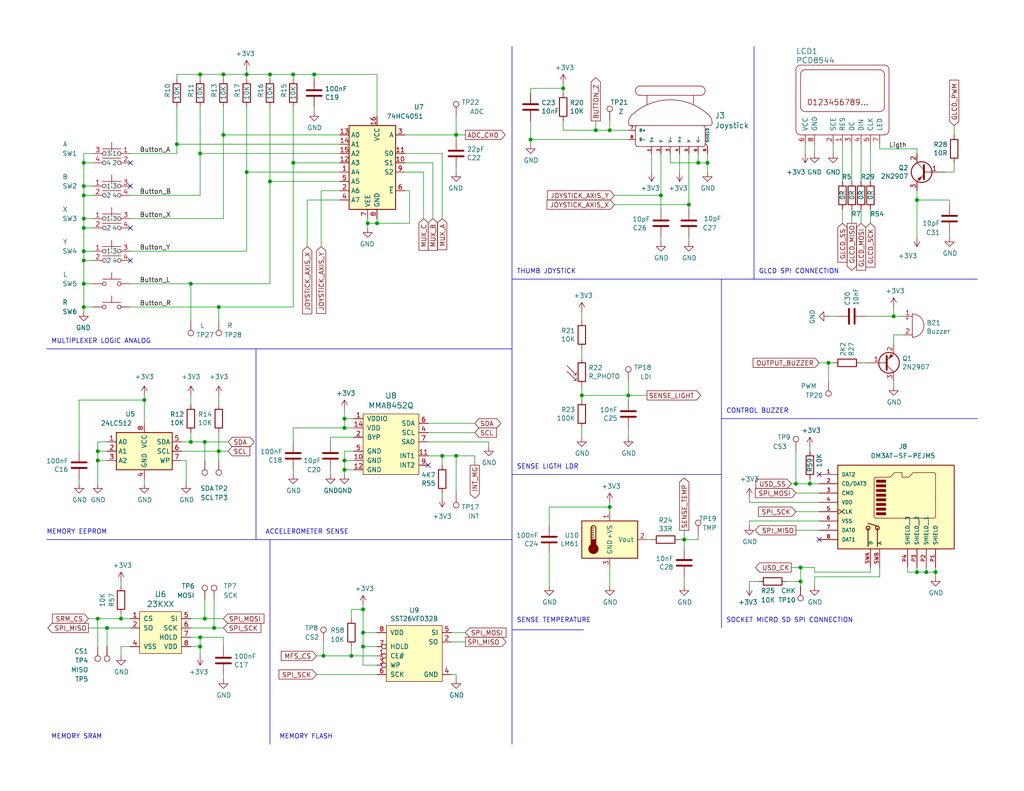
<source format=kicad_sch>
(kicad_sch (version 20250114) (generator "eeschema") (generator_version "9.0")
  (paper "USLetter")
  (title_block (title "Game//Cat") (date "2022-05-29") (rev "R4"))
  (text "MULTIPLEXER LOGIC ANALOG" (at 13.97 93.98 0) (effects (font (size 1.27 1.27)) (justify left bottom)))
  (text "MEMORY EEPROM" (at 12.7 146.05 0) (effects (font (size 1.27 1.27)) (justify left bottom)))
  (text "ACCELEROMETER SENSE" (at 72.39 146.05 0) (effects (font (size 1.27 1.27)) (justify left bottom)))
  (text "MEMORY SRAM" (at 13.97 201.93 0) (effects (font (size 1.27 1.27)) (justify left bottom)))
  (text "SOCKET MICRO SD SPI CONNECTION" (at 198.12 170.18 0) (effects (font (size 1.27 1.27)) (justify left bottom)))
  (text "SENSE TEMPERATURE" (at 140.97 170.18 0) (effects (font (size 1.27 1.27)) (justify left bottom)))
  (text "CONTROL BUZZER" (at 198.12 113.03 0) (effects (font (size 1.27 1.27)) (justify left bottom)))
  (text "THUMB JOYSTICK" (at 140.97 74.93 0) (effects (font (size 1.27 1.27)) (justify left bottom)))
  (text "MEMORY FLASH" (at 76.2 201.93 0) (effects (font (size 1.27 1.27)) (justify left bottom)))
  (text "SENSE LIGTH LDR" (at 140.97 128.27 0) (effects (font (size 1.27 1.27)) (justify left bottom)))
  (text "GLCD SPI CONNECTION" (at 207.01 74.93 0) (effects (font (size 1.27 1.27)) (justify left bottom)))
  (junction (at 226.06 99.06))
  (junction (at 58.42 171.45))
  (junction (at 250.19 156.21))
  (junction (at 22.86 44.45))
  (junction (at 22.86 83.82))
  (junction (at 55.88 120.65))
  (junction (at 26.67 125.73))
  (junction (at 252.73 156.21))
  (junction (at 187.96 55.88))
  (junction (at 39.37 109.22))
  (junction (at 73.66 49.53))
  (junction (at 22.86 50.8))
  (junction (at 93.98 128.27))
  (junction (at 171.45 107.95))
  (junction (at 80.01 20.32))
  (junction (at 22.86 62.23))
  (junction (at 166.37 35.56))
  (junction (at 22.86 71.12))
  (junction (at 93.98 116.84))
  (junction (at 218.44 158.75))
  (junction (at 54.61 41.91))
  (junction (at 218.44 154.94))
  (junction (at 22.86 68.58))
  (junction (at 166.37 138.43))
  (junction (at 67.31 46.99))
  (junction (at 26.67 123.19))
  (junction (at 54.61 176.53))
  (junction (at 220.98 132.08))
  (junction (at 59.69 83.82))
  (junction (at 22.86 59.69))
  (junction (at 85.725 20.32))
  (junction (at 250.19 54.61))
  (junction (at 93.98 125.73))
  (junction (at 55.88 168.91))
  (junction (at 52.07 77.47))
  (junction (at 93.98 114.3))
  (junction (at 243.84 86.36))
  (junction (at 153.67 24.13))
  (junction (at 180.34 53.34))
  (junction (at 158.75 107.95))
  (junction (at 26.67 168.91))
  (junction (at 99.06 172.72))
  (junction (at 54.61 173.99))
  (junction (at 124.46 36.83))
  (junction (at 102.87 60.96))
  (junction (at 48.26 39.37))
  (junction (at 120.65 124.46))
  (junction (at 144.78 38.1))
  (junction (at 33.02 168.91))
  (junction (at 99.06 166.37))
  (junction (at 162.56 35.56))
  (junction (at 29.21 171.45))
  (junction (at 95.885 179.07))
  (junction (at 52.07 120.65))
  (junction (at 22.86 53.34))
  (junction (at 100.33 60.96))
  (junction (at 60.96 36.83))
  (junction (at 217.17 132.08))
  (junction (at 73.66 20.32))
  (junction (at 255.27 156.21))
  (junction (at 88.265 179.07))
  (junction (at 99.06 176.53))
  (junction (at 186.69 147.32))
  (junction (at 60.96 20.32))
  (junction (at 54.61 20.32))
  (junction (at 67.31 20.32))
  (junction (at 193.04 44.45))
  (junction (at 59.69 123.19))
  (junction (at 80.01 44.45))
  (junction (at 190.5 44.45))
  (junction (at 124.46 124.46))
  (junction (at 22.86 77.47))
  (no_connect (at 35.56 62.23))
  (no_connect (at 116.84 127))
  (no_connect (at 35.56 71.12))
  (no_connect (at 35.56 44.45))
  (no_connect (at 35.56 50.8))
  (no_connect (at 223.52 129.54))
  (no_connect (at 223.52 147.32))
  (wire (pts (xy 158.75 107.95) (xy 158.75 109.22)))
  (wire (pts (xy 144.78 25.4) (xy 144.78 24.13)))
  (wire (pts (xy 102.87 60.96) (xy 100.33 60.96)))
  (wire (pts (xy 166.37 33.02) (xy 166.37 35.56)))
  (wire (pts (xy 167.64 53.34) (xy 180.34 53.34)))
  (wire (pts (xy 62.23 123.19) (xy 59.69 123.19)))
  (wire (pts (xy 153.67 35.56) (xy 162.56 35.56)))
  (wire (pts (xy 237.49 154.94) (xy 237.49 156.21)))
  (wire (pts (xy 52.07 120.65) (xy 49.53 120.65)))
  (wire (pts (xy 229.87 57.15) (xy 229.87 60.96)))
  (wire (pts (xy 171.45 109.22) (xy 171.45 107.95)))
  (wire (pts (xy 123.19 184.15) (xy 124.46 184.15)))
  (wire (pts (xy 153.67 24.13) (xy 153.67 25.4)))
  (wire (pts (xy 54.61 29.21) (xy 54.61 41.91)))
  (wire (pts (xy 243.84 91.44) (xy 243.84 93.98)))
  (wire (pts (xy 25.4 53.34) (xy 22.86 53.34)))
  (wire (pts (xy 90.17 128.27) (xy 90.17 129.54)))
  (wire (pts (xy 204.47 137.16) (xy 223.52 137.16)))
  (wire (pts (xy 86.36 184.15) (xy 102.87 184.15)))
  (wire (pts (xy 220.98 121.92) (xy 220.98 123.19)))
  (wire (pts (xy 186.69 157.48) (xy 186.69 160.02)))
  (wire (pts (xy 33.02 158.75) (xy 33.02 160.02)))
  (wire (pts (xy 133.35 120.65) (xy 133.35 121.92)))
  (wire (pts (xy 59.69 83.82) (xy 80.01 83.82)))
  (wire (pts (xy 60.96 185.42) (xy 60.96 184.15)))
  (wire (pts (xy 252.73 156.21) (xy 255.27 156.21)))
  (wire (pts (xy 88.265 179.07) (xy 95.885 179.07)))
  (wire (pts (xy 177.8 147.32) (xy 176.53 147.32)))
  (wire (pts (xy 260.35 34.29) (xy 260.35 36.83)))
  (polyline (pts (xy 73.66 147.32) (xy 73.66 203.2)))
  (wire (pts (xy 92.71 52.07) (xy 87.63 52.07)))
  (wire (pts (xy 25.4 83.82) (xy 22.86 83.82)))
  (wire (pts (xy 243.84 83.82) (xy 243.84 86.36)))
  (wire (pts (xy 67.31 19.05) (xy 67.31 20.32)))
  (wire (pts (xy 59.69 123.19) (xy 59.69 125.73)))
  (wire (pts (xy 73.66 49.53) (xy 92.71 49.53)))
  (wire (pts (xy 120.65 124.46) (xy 124.46 124.46)))
  (wire (pts (xy 218.44 154.94) (xy 222.25 154.94)))
  (wire (pts (xy 186.69 147.32) (xy 190.5 147.32)))
  (wire (pts (xy 58.42 171.45) (xy 52.07 171.45)))
  (wire (pts (xy 80.01 21.59) (xy 80.01 20.32)))
  (wire (pts (xy 100.33 60.96) (xy 100.33 62.23)))
  (wire (pts (xy 232.41 39.37) (xy 232.41 49.53)))
  (wire (pts (xy 96.52 125.73) (xy 93.98 125.73)))
  (wire (pts (xy 180.34 41.91) (xy 180.34 53.34)))
  (wire (pts (xy 232.41 57.15) (xy 232.41 60.96)))
  (wire (pts (xy 110.49 36.83) (xy 124.46 36.83)))
  (wire (pts (xy 252.73 154.94) (xy 252.73 156.21)))
  (wire (pts (xy 176.53 107.95) (xy 171.45 107.95)))
  (wire (pts (xy 22.86 59.69) (xy 22.86 62.23)))
  (wire (pts (xy 180.34 53.34) (xy 180.34 57.15)))
  (wire (pts (xy 73.66 20.32) (xy 80.01 20.32)))
  (wire (pts (xy 93.98 111.76) (xy 93.98 114.3)))
  (wire (pts (xy 185.42 41.91) (xy 185.42 46.99)))
  (wire (pts (xy 193.04 44.45) (xy 193.04 41.91)))
  (wire (pts (xy 33.02 168.91) (xy 35.56 168.91)))
  (wire (pts (xy 52.07 107.95) (xy 52.07 110.49)))
  (wire (pts (xy 35.56 77.47) (xy 52.07 77.47)))
  (wire (pts (xy 207.01 158.75) (xy 204.47 158.75)))
  (wire (pts (xy 24.13 171.45) (xy 29.21 171.45)))
  (wire (pts (xy 99.06 181.61) (xy 99.06 176.53)))
  (wire (pts (xy 187.96 41.91) (xy 187.96 55.88)))
  (wire (pts (xy 255.27 156.21) (xy 255.27 157.48)))
  (wire (pts (xy 92.71 39.37) (xy 48.26 39.37)))
  (wire (pts (xy 234.95 39.37) (xy 234.95 49.53)))
  (wire (pts (xy 35.56 176.53) (xy 33.02 176.53)))
  (wire (pts (xy 48.26 29.21) (xy 48.26 39.37)))
  (wire (pts (xy 85.725 30.48) (xy 85.725 29.21)))
  (wire (pts (xy 187.96 55.88) (xy 187.96 57.15)))
  (wire (pts (xy 73.66 20.32) (xy 73.66 21.59)))
  (polyline (pts (xy 139.7 171.958) (xy 159.258 171.958)))
  (wire (pts (xy 39.37 107.95) (xy 39.37 109.22)))
  (wire (pts (xy 95.885 166.37) (xy 99.06 166.37)))
  (wire (pts (xy 39.37 130.81) (xy 39.37 132.08)))
  (wire (pts (xy 67.31 29.21) (xy 67.31 46.99)))
  (wire (pts (xy 85.725 21.59) (xy 85.725 20.32)))
  (wire (pts (xy 55.88 168.91) (xy 52.07 168.91)))
  (wire (pts (xy 96.52 119.38) (xy 90.17 119.38)))
  (wire (pts (xy 144.78 38.1) (xy 144.78 39.37)))
  (wire (pts (xy 187.96 66.04) (xy 187.96 64.77)))
  (wire (pts (xy 80.01 20.32) (xy 85.725 20.32)))
  (wire (pts (xy 22.86 44.45) (xy 22.86 50.8)))
  (wire (pts (xy 22.86 62.23) (xy 22.86 68.58)))
  (wire (pts (xy 127 175.26) (xy 123.19 175.26)))
  (wire (pts (xy 52.07 77.47) (xy 73.66 77.47)))
  (wire (pts (xy 124.46 124.46) (xy 129.54 124.46)))
  (wire (pts (xy 26.67 123.19) (xy 26.67 125.73)))
  (wire (pts (xy 95.885 168.91) (xy 95.885 166.37)))
  (wire (pts (xy 59.69 83.82) (xy 59.69 87.63)))
  (wire (pts (xy 93.98 114.3) (xy 96.52 114.3)))
  (wire (pts (xy 100.33 59.69) (xy 100.33 60.96)))
  (wire (pts (xy 54.61 173.99) (xy 54.61 176.53)))
  (wire (pts (xy 240.03 157.48) (xy 240.03 154.94)))
  (wire (pts (xy 85.725 20.32) (xy 102.87 20.32)))
  (wire (pts (xy 60.96 168.91) (xy 55.88 168.91)))
  (wire (pts (xy 218.44 158.75) (xy 218.44 154.94)))
  (wire (pts (xy 124.46 184.15) (xy 124.46 185.42)))
  (wire (pts (xy 237.49 156.21) (xy 222.25 156.21)))
  (wire (pts (xy 25.4 44.45) (xy 22.86 44.45)))
  (wire (pts (xy 22.86 53.34) (xy 22.86 59.69)))
  (wire (pts (xy 158.75 95.25) (xy 158.75 97.79)))
  (wire (pts (xy 247.65 156.21) (xy 247.65 154.94)))
  (wire (pts (xy 237.49 39.37) (xy 237.49 49.53)))
  (wire (pts (xy 166.37 138.43) (xy 166.37 139.7)))
  (wire (pts (xy 26.67 120.65) (xy 26.67 123.19)))
  (wire (pts (xy 144.78 33.02) (xy 144.78 38.1)))
  (wire (pts (xy 250.19 156.21) (xy 247.65 156.21)))
  (wire (pts (xy 218.44 154.94) (xy 215.9 154.94)))
  (polyline (pts (xy 266.7 76.2) (xy 139.7 76.2)))
  (polyline (pts (xy 205.74 12.7) (xy 205.74 76.2)))
  (wire (pts (xy 52.07 176.53) (xy 54.61 176.53)))
  (wire (pts (xy 111.76 52.07) (xy 111.76 60.96)))
  (wire (pts (xy 99.06 176.53) (xy 102.87 176.53)))
  (wire (pts (xy 102.87 60.96) (xy 111.76 60.96)))
  (wire (pts (xy 110.49 44.45) (xy 118.11 44.45)))
  (wire (pts (xy 250.19 156.21) (xy 250.19 154.94)))
  (wire (pts (xy 171.45 107.95) (xy 158.75 107.95)))
  (wire (pts (xy 116.84 124.46) (xy 120.65 124.46)))
  (wire (pts (xy 24.13 168.91) (xy 26.67 168.91)))
  (polyline (pts (xy 12.7 95.25) (xy 139.7 95.25)))
  (wire (pts (xy 26.67 125.73) (xy 26.67 132.08)))
  (wire (pts (xy 22.86 41.91) (xy 22.86 44.45)))
  (wire (pts (xy 144.78 38.1) (xy 171.45 38.1)))
  (wire (pts (xy 243.84 104.14) (xy 243.84 105.41)))
  (wire (pts (xy 214.63 158.75) (xy 218.44 158.75)))
  (wire (pts (xy 110.49 52.07) (xy 111.76 52.07)))
  (wire (pts (xy 49.53 123.19) (xy 59.69 123.19)))
  (wire (pts (xy 80.01 116.84) (xy 93.98 116.84)))
  (wire (pts (xy 25.4 77.47) (xy 22.86 77.47)))
  (wire (pts (xy 60.96 173.99) (xy 60.96 176.53)))
  (wire (pts (xy 236.22 86.36) (xy 243.84 86.36)))
  (wire (pts (xy 29.21 125.73) (xy 26.67 125.73)))
  (wire (pts (xy 73.66 29.21) (xy 73.66 49.53)))
  (wire (pts (xy 252.73 156.21) (xy 250.19 156.21)))
  (wire (pts (xy 240.03 39.37) (xy 240.03 40.64)))
  (wire (pts (xy 21.59 123.19) (xy 21.59 109.22)))
  (wire (pts (xy 217.17 139.7) (xy 223.52 139.7)))
  (wire (pts (xy 35.56 59.69) (xy 60.96 59.69)))
  (wire (pts (xy 223.52 142.24) (xy 204.47 142.24)))
  (wire (pts (xy 90.17 119.38) (xy 90.17 120.65)))
  (wire (pts (xy 217.17 134.62) (xy 223.52 134.62)))
  (wire (pts (xy 166.37 35.56) (xy 171.45 35.56)))
  (wire (pts (xy 22.86 68.58) (xy 22.86 71.12)))
  (wire (pts (xy 25.4 62.23) (xy 22.86 62.23)))
  (wire (pts (xy 102.87 20.32) (xy 102.87 31.75)))
  (wire (pts (xy 25.4 71.12) (xy 22.86 71.12)))
  (wire (pts (xy 223.52 144.78) (xy 217.17 144.78)))
  (wire (pts (xy 259.08 54.61) (xy 250.19 54.61)))
  (wire (pts (xy 50.8 125.73) (xy 50.8 132.08)))
  (wire (pts (xy 190.5 44.45) (xy 193.04 44.45)))
  (wire (pts (xy 60.96 29.21) (xy 60.96 36.83)))
  (wire (pts (xy 116.84 115.57) (xy 129.54 115.57)))
  (wire (pts (xy 124.46 36.83) (xy 124.46 38.1)))
  (wire (pts (xy 55.88 163.83) (xy 55.88 168.91)))
  (wire (pts (xy 162.56 33.02) (xy 162.56 35.56)))
  (wire (pts (xy 52.07 77.47) (xy 52.07 87.63)))
  (polyline (pts (xy 69.85 95.25) (xy 69.85 147.32)))
  (wire (pts (xy 259.08 55.88) (xy 259.08 54.61)))
  (wire (pts (xy 226.06 99.06) (xy 226.06 104.14)))
  (wire (pts (xy 67.31 46.99) (xy 92.71 46.99)))
  (wire (pts (xy 144.78 24.13) (xy 153.67 24.13)))
  (wire (pts (xy 48.26 39.37) (xy 48.26 41.91)))
  (wire (pts (xy 193.04 46.99) (xy 193.04 44.45)))
  (wire (pts (xy 124.46 31.75) (xy 124.46 36.83)))
  (wire (pts (xy 222.25 157.48) (xy 222.25 160.02)))
  (wire (pts (xy 190.5 41.91) (xy 190.5 44.45)))
  (wire (pts (xy 60.96 21.59) (xy 60.96 20.32)))
  (polyline (pts (xy 196.85 114.3) (xy 266.7 114.3)))
  (wire (pts (xy 259.08 64.77) (xy 259.08 63.5)))
  (wire (pts (xy 25.4 50.8) (xy 22.86 50.8)))
  (wire (pts (xy 67.31 46.99) (xy 67.31 68.58)))
  (wire (pts (xy 93.98 128.27) (xy 93.98 129.54)))
  (wire (pts (xy 80.01 129.54) (xy 80.01 128.27)))
  (wire (pts (xy 234.95 57.15) (xy 234.95 60.96)))
  (wire (pts (xy 257.81 46.99) (xy 260.35 46.99)))
  (wire (pts (xy 120.65 135.89) (xy 120.65 134.62)))
  (wire (pts (xy 219.71 39.37) (xy 219.71 41.91)))
  (wire (pts (xy 127 172.72) (xy 123.19 172.72)))
  (wire (pts (xy 80.01 44.45) (xy 92.71 44.45)))
  (wire (pts (xy 29.21 171.45) (xy 35.56 171.45)))
  (wire (pts (xy 35.56 53.34) (xy 54.61 53.34)))
  (wire (pts (xy 250.19 52.07) (xy 250.19 54.61)))
  (wire (pts (xy 222.25 156.21) (xy 222.25 154.94)))
  (wire (pts (xy 153.67 33.02) (xy 153.67 35.56)))
  (wire (pts (xy 60.96 20.32) (xy 67.31 20.32)))
  (wire (pts (xy 33.02 167.64) (xy 33.02 168.91)))
  (wire (pts (xy 166.37 137.16) (xy 166.37 138.43)))
  (wire (pts (xy 217.17 132.08) (xy 220.98 132.08)))
  (wire (pts (xy 35.56 41.91) (xy 48.26 41.91)))
  (wire (pts (xy 218.44 158.75) (xy 218.44 160.02)))
  (wire (pts (xy 220.98 132.08) (xy 223.52 132.08)))
  (wire (pts (xy 60.96 36.83) (xy 60.96 59.69)))
  (wire (pts (xy 116.84 118.11) (xy 129.54 118.11)))
  (wire (pts (xy 52.07 118.11) (xy 52.07 120.65)))
  (wire (pts (xy 171.45 104.14) (xy 171.45 107.95)))
  (wire (pts (xy 182.88 41.91) (xy 182.88 44.45)))
  (polyline (pts (xy 139.7 12.7) (xy 139.7 203.2)))
  (wire (pts (xy 95.885 179.07) (xy 102.87 179.07)))
  (wire (pts (xy 93.98 125.73) (xy 93.98 128.27)))
  (wire (pts (xy 95.885 176.53) (xy 95.885 179.07)))
  (wire (pts (xy 190.5 147.32) (xy 190.5 146.05)))
  (wire (pts (xy 250.19 40.64) (xy 250.19 41.91)))
  (wire (pts (xy 33.02 176.53) (xy 33.02 179.07)))
  (wire (pts (xy 21.59 109.22) (xy 39.37 109.22)))
  (wire (pts (xy 149.86 138.43) (xy 166.37 138.43)))
  (wire (pts (xy 26.67 168.91) (xy 33.02 168.91)))
  (polyline (pts (xy 12.7 147.32) (xy 139.7 147.32)))
  (wire (pts (xy 158.75 85.09) (xy 158.75 87.63)))
  (wire (pts (xy 228.6 86.36) (xy 226.06 86.36)))
  (wire (pts (xy 22.86 50.8) (xy 22.86 53.34)))
  (wire (pts (xy 62.23 120.65) (xy 55.88 120.65)))
  (wire (pts (xy 88.265 175.26) (xy 88.265 179.07)))
  (wire (pts (xy 60.96 171.45) (xy 58.42 171.45)))
  (wire (pts (xy 55.88 120.65) (xy 52.07 120.65)))
  (wire (pts (xy 67.31 20.32) (xy 73.66 20.32)))
  (wire (pts (xy 99.06 172.72) (xy 99.06 176.53)))
  (wire (pts (xy 240.03 40.64) (xy 250.19 40.64)))
  (wire (pts (xy 22.86 71.12) (xy 22.86 77.47)))
  (wire (pts (xy 222.25 39.37) (xy 222.25 41.91)))
  (wire (pts (xy 149.86 143.51) (xy 149.86 138.43)))
  (wire (pts (xy 185.42 147.32) (xy 186.69 147.32)))
  (wire (pts (xy 223.52 99.06) (xy 226.06 99.06)))
  (wire (pts (xy 96.52 128.27) (xy 93.98 128.27)))
  (wire (pts (xy 222.25 157.48) (xy 240.03 157.48)))
  (wire (pts (xy 92.71 54.61) (xy 83.82 54.61)))
  (wire (pts (xy 93.98 116.84) (xy 93.98 114.3)))
  (wire (pts (xy 52.07 173.99) (xy 54.61 173.99)))
  (polyline (pts (xy 196.85 129.54) (xy 139.7 129.54)))
  (wire (pts (xy 35.56 68.58) (xy 67.31 68.58)))
  (wire (pts (xy 171.45 116.84) (xy 171.45 119.38)))
  (wire (pts (xy 99.06 165.1) (xy 99.06 166.37)))
  (wire (pts (xy 102.87 172.72) (xy 99.06 172.72)))
  (wire (pts (xy 39.37 109.22) (xy 39.37 115.57)))
  (wire (pts (xy 255.27 154.94) (xy 255.27 156.21)))
  (wire (pts (xy 186.69 147.32) (xy 186.69 149.86)))
  (wire (pts (xy 25.4 68.58) (xy 22.86 68.58)))
  (wire (pts (xy 96.52 116.84) (xy 93.98 116.84)))
  (wire (pts (xy 226.06 99.06) (xy 227.33 99.06)))
  (wire (pts (xy 180.34 66.04) (xy 180.34 64.77)))
  (wire (pts (xy 115.57 46.99) (xy 115.57 59.69)))
  (wire (pts (xy 124.46 46.99) (xy 124.46 45.72)))
  (wire (pts (xy 167.64 55.88) (xy 187.96 55.88)))
  (wire (pts (xy 80.01 29.21) (xy 80.01 44.45)))
  (wire (pts (xy 29.21 120.65) (xy 26.67 120.65)))
  (wire (pts (xy 186.69 144.78) (xy 186.69 147.32)))
  (wire (pts (xy 129.54 124.46) (xy 129.54 127)))
  (wire (pts (xy 22.86 77.47) (xy 22.86 83.82)))
  (wire (pts (xy 26.67 168.91) (xy 26.67 176.53)))
  (wire (pts (xy 250.19 54.61) (xy 250.19 64.77)))
  (wire (pts (xy 54.61 41.91) (xy 54.61 53.34)))
  (wire (pts (xy 149.86 151.13) (xy 149.86 160.02)))
  (wire (pts (xy 124.46 36.83) (xy 127 36.83)))
  (wire (pts (xy 236.22 99.06) (xy 234.95 99.06)))
  (wire (pts (xy 29.21 171.45) (xy 29.21 176.53)))
  (wire (pts (xy 120.65 41.91) (xy 120.65 59.69)))
  (wire (pts (xy 215.9 132.08) (xy 217.17 132.08)))
  (wire (pts (xy 48.26 21.59) (xy 48.26 20.32)))
  (wire (pts (xy 93.98 123.19) (xy 93.98 125.73)))
  (wire (pts (xy 83.82 54.61) (xy 83.82 67.31)))
  (wire (pts (xy 54.61 20.32) (xy 60.96 20.32)))
  (wire (pts (xy 182.88 44.45) (xy 190.5 44.45)))
  (wire (pts (xy 162.56 35.56) (xy 166.37 35.56)))
  (wire (pts (xy 96.52 123.19) (xy 93.98 123.19)))
  (wire (pts (xy 243.84 86.36) (xy 246.38 86.36)))
  (wire (pts (xy 86.36 179.07) (xy 88.265 179.07)))
  (wire (pts (xy 204.47 158.75) (xy 204.47 160.02)))
  (wire (pts (xy 25.4 41.91) (xy 22.86 41.91)))
  (wire (pts (xy 177.8 41.91) (xy 177.8 46.99)))
  (wire (pts (xy 99.06 166.37) (xy 99.06 172.72)))
  (wire (pts (xy 54.61 21.59) (xy 54.61 20.32)))
  (wire (pts (xy 22.86 83.82) (xy 22.86 85.09)))
  (wire (pts (xy 92.71 36.83) (xy 60.96 36.83)))
  (wire (pts (xy 220.98 130.81) (xy 220.98 132.08)))
  (wire (pts (xy 25.4 59.69) (xy 22.86 59.69)))
  (wire (pts (xy 67.31 20.32) (xy 67.31 21.59)))
  (wire (pts (xy 35.56 83.82) (xy 59.69 83.82)))
  (wire (pts (xy 48.26 20.32) (xy 54.61 20.32)))
  (wire (pts (xy 102.87 59.69) (xy 102.87 60.96)))
  (wire (pts (xy 73.66 49.53) (xy 73.66 77.47)))
  (wire (pts (xy 80.01 120.65) (xy 80.01 116.84)))
  (wire (pts (xy 102.87 181.61) (xy 99.06 181.61)))
  (wire (pts (xy 260.35 46.99) (xy 260.35 44.45)))
  (wire (pts (xy 227.33 39.37) (xy 227.33 41.91)))
  (wire (pts (xy 118.11 44.45) (xy 118.11 59.69)))
  (wire (pts (xy 54.61 173.99) (xy 60.96 173.99)))
  (wire (pts (xy 59.69 107.95) (xy 59.69 110.49)))
  (wire (pts (xy 158.75 105.41) (xy 158.75 107.95)))
  (wire (pts (xy 54.61 176.53) (xy 54.61 179.07)))
  (wire (pts (xy 29.21 123.19) (xy 26.67 123.19)))
  (polyline (pts (xy 196.85 76.2) (xy 196.85 171.45)))
  (wire (pts (xy 59.69 123.19) (xy 59.69 118.11)))
  (wire (pts (xy 124.46 124.46) (xy 124.46 134.62)))
  (wire (pts (xy 204.47 135.89) (xy 204.47 137.16)))
  (wire (pts (xy 246.38 91.44) (xy 243.84 91.44)))
  (wire (pts (xy 204.47 142.24) (xy 204.47 143.51)))
  (wire (pts (xy 49.53 125.73) (xy 50.8 125.73)))
  (wire (pts (xy 166.37 154.94) (xy 166.37 160.02)))
  (wire (pts (xy 92.71 41.91) (xy 54.61 41.91)))
  (wire (pts (xy 158.75 116.84) (xy 158.75 119.38)))
  (wire (pts (xy 217.17 123.19) (xy 217.17 132.08)))
  (wire (pts (xy 87.63 52.07) (xy 87.63 67.31)))
  (wire (pts (xy 153.67 22.86) (xy 153.67 24.13)))
  (wire (pts (xy 80.01 44.45) (xy 80.01 83.82)))
  (wire (pts (xy 116.84 120.65) (xy 133.35 120.65)))
  (wire (pts (xy 237.49 57.15) (xy 237.49 60.96)))
  (wire (pts (xy 110.49 46.99) (xy 115.57 46.99)))
  (wire (pts (xy 110.49 41.91) (xy 120.65 41.91)))
  (wire (pts (xy 58.42 163.83) (xy 58.42 171.45)))
  (wire (pts (xy 55.88 120.65) (xy 55.88 125.73)))
  (wire (pts (xy 120.65 127) (xy 120.65 124.46)))
  (wire (pts (xy 229.87 39.37) (xy 229.87 49.53)))
  (wire (pts (xy 21.59 132.08) (xy 21.59 130.81)))
  (label "Button_A" (at 38.1 41.91 0))
  (label "Ligth" (at 242.57 40.64 0))
  (label "Button_R" (at 38.1 83.82 0))
  (label "Button_L" (at 38.1 77.47 0))
  (label "Button_Y" (at 38.1 68.58 0))
  (label "Button_B" (at 38.1 53.34 0))
  (label "Button_X" (at 38.1 59.69 0))
  (global_label "USD_CK" (shape output) (at 215.9 154.94 180) (property "Intersheetrefs" "${INTERSHEET_REFS}" (effects (hide yes))))
  (global_label "JOYSTICK_AXIS_Y" (shape input) (at 167.64 53.34 180) (property "Intersheetrefs" "${INTERSHEET_REFS}" (effects (hide yes))))
  (global_label "SPI_MOSI" (shape input) (at 127 172.72 0) (property "Intersheetrefs" "${INTERSHEET_REFS}" (effects (hide yes))))
  (global_label "USD_SS" (shape input) (at 215.9 132.08 180) (property "Intersheetrefs" "${INTERSHEET_REFS}" (effects (hide yes))))
  (global_label "JOYSTICK_AXIS_X" (shape input) (at 83.82 67.31 270) (property "Intersheetrefs" "${INTERSHEET_REFS}" (effects (hide yes))))
  (global_label "INT_MG" (shape output) (at 129.54 127 270) (property "Intersheetrefs" "${INTERSHEET_REFS}" (effects (hide yes))))
  (global_label "MFS_CS" (shape input) (at 86.36 179.07 180) (property "Intersheetrefs" "${INTERSHEET_REFS}" (effects (hide yes))))
  (global_label "SENSE_TEMP" (shape output) (at 186.69 144.78 90) (property "Intersheetrefs" "${INTERSHEET_REFS}" (effects (hide yes))))
  (global_label "SRM_CS" (shape input) (at 24.13 168.91 180) (property "Intersheetrefs" "${INTERSHEET_REFS}" (effects (hide yes))))
  (global_label "SDA" (shape bidirectional) (at 129.54 115.57 0) (property "Intersheetrefs" "${INTERSHEET_REFS}" (effects (hide yes))))
  (global_label "SENSE_LIGHT" (shape output) (at 176.53 107.95 0) (property "Intersheetrefs" "${INTERSHEET_REFS}" (effects (hide yes))))
  (global_label "MUX_C" (shape input) (at 115.57 59.69 270) (property "Intersheetrefs" "${INTERSHEET_REFS}" (effects (hide yes))))
  (global_label "SPI_MOSI" (shape input) (at 217.17 134.62 180) (property "Intersheetrefs" "${INTERSHEET_REFS}" (effects (hide yes))))
  (global_label "OUTPUT_BUZZER" (shape input) (at 223.52 99.06 180) (property "Intersheetrefs" "${INTERSHEET_REFS}" (effects (hide yes))))
  (global_label "SPI_MISO" (shape output) (at 217.17 144.78 180) (property "Intersheetrefs" "${INTERSHEET_REFS}" (effects (hide yes))))
  (global_label "SCL" (shape input) (at 62.23 123.19 0) (property "Intersheetrefs" "${INTERSHEET_REFS}" (effects (hide yes))))
  (global_label "GLCD_SS" (shape input) (at 229.87 60.96 270) (property "Intersheetrefs" "${INTERSHEET_REFS}" (effects (hide yes))))
  (global_label "JOYSTICK_AXIS_Y" (shape input) (at 87.63 67.31 270) (property "Intersheetrefs" "${INTERSHEET_REFS}" (effects (hide yes))))
  (global_label "GLCD_MISO" (shape output) (at 232.41 60.96 270) (property "Intersheetrefs" "${INTERSHEET_REFS}" (effects (hide yes))))
  (global_label "SDA" (shape bidirectional) (at 62.23 120.65 0) (property "Intersheetrefs" "${INTERSHEET_REFS}" (effects (hide yes))))
  (global_label "GLCD_SCK" (shape input) (at 237.49 60.96 270) (property "Intersheetrefs" "${INTERSHEET_REFS}" (effects (hide yes))))
  (global_label "SPI_MISO" (shape output) (at 127 175.26 0) (property "Intersheetrefs" "${INTERSHEET_REFS}" (effects (hide yes))))
  (global_label "GLCD_MOSI" (shape input) (at 234.95 60.96 270) (property "Intersheetrefs" "${INTERSHEET_REFS}" (effects (hide yes))))
  (global_label "SPI_MOSI" (shape input) (at 60.96 168.91 0) (property "Intersheetrefs" "${INTERSHEET_REFS}" (effects (hide yes))))
  (global_label "SPI_MISO" (shape output) (at 24.13 171.45 180) (property "Intersheetrefs" "${INTERSHEET_REFS}" (effects (hide yes))))
  (global_label "SPI_SCK" (shape input) (at 60.96 171.45 0) (property "Intersheetrefs" "${INTERSHEET_REFS}" (effects (hide yes))))
  (global_label "BUTTON_Z" (shape output) (at 162.56 33.02 90) (property "Intersheetrefs" "${INTERSHEET_REFS}" (effects (hide yes))))
  (global_label "MUX_B" (shape input) (at 118.11 59.69 270) (property "Intersheetrefs" "${INTERSHEET_REFS}" (effects (hide yes))))
  (global_label "MUX_A" (shape input) (at 120.65 59.69 270) (property "Intersheetrefs" "${INTERSHEET_REFS}" (effects (hide yes))))
  (global_label "ADC_CH0" (shape output) (at 127 36.83 0) (property "Intersheetrefs" "${INTERSHEET_REFS}" (effects (hide yes))))
  (global_label "SPI_SCK" (shape input) (at 217.17 139.7 180) (property "Intersheetrefs" "${INTERSHEET_REFS}" (effects (hide yes))))
  (global_label "SCL" (shape input) (at 129.54 118.11 0) (property "Intersheetrefs" "${INTERSHEET_REFS}" (effects (hide yes))))
  (global_label "SPI_SCK" (shape input) (at 86.36 184.15 180) (property "Intersheetrefs" "${INTERSHEET_REFS}" (effects (hide yes))))
  (global_label "GLCD_PWM" (shape input) (at 260.35 34.29 90) (property "Intersheetrefs" "${INTERSHEET_REFS}" (effects (hide yes))))
  (global_label "JOYSTICK_AXIS_X" (shape input) (at 167.64 55.88 180) (property "Intersheetrefs" "${INTERSHEET_REFS}" (effects (hide yes))))
  (symbol (lib_id "power:+3.3V") (at 153.67 22.86 0) (unit 1)
    (property "Reference" "#PWR064" (effects (hide yes)))
    (property "Value" "+3V3" (at 154.051 18.4658 0))
  )
  (symbol (lib_id "power:GND") (at 144.78 39.37 0) (unit 1)
    (property "Reference" "#PWR062" (effects (hide yes)))
    (property "Value" "GND" (at 144.907 43.7642 0))
  )
  (symbol (lib_id "power:+3.3V") (at 177.8 46.99 180) (unit 1)
    (property "Reference" "#PWR070" (effects (hide yes)))
    (property "Value" "+3V3" (at 177.419 51.3842 0))
  )
  (symbol (lib_id "74xx:74HC4051") (at 102.87 44.45 0) (mirror y) (unit 1)
    (property "Reference" "U7" (at 114.3 29.21 0))
    (property "Value" "74HC4051" (at 110.49 31.75 0))
    (property "Footprint" "Package_SO:SOIC-16_3.9x9.9mm_P1.27mm" (effects (hide yes)))
    (property "Datasheet" "http://www.ti.com/lit/ds/symlink/cd74hc4051.pdf" (effects (hide yes)))
  )
  (symbol (lib_id "power:GND") (at 100.33 62.23 0) (mirror y) (unit 1)
    (property "Reference" "#PWR054" (effects (hide yes)))
    (property "Value" "GND" (at 100.203 66.6242 0))
  )
  (symbol (lib_id "Device:R") (at 80.01 25.4 0) (mirror y) (unit 1)
    (property "Reference" "R15" (at 77.47 26.67 90) (effects (justify left)))
    (property "Value" "10K" (at 80.01 27.305 90) (effects (justify left)))
    (property "Footprint" "Resistor_SMD:R_1206_3216Metric" (effects (hide yes)))
  )
  (symbol (lib_id "power:+3.3V") (at 67.31 19.05 0) (mirror y) (unit 1)
    (property "Reference" "#PWR048" (effects (hide yes)))
    (property "Value" "+3V3" (at 66.929 14.6558 0))
  )
  (symbol (lib_id "Device:R") (at 60.96 25.4 0) (mirror y) (unit 1)
    (property "Reference" "R13" (at 58.42 26.67 90) (effects (justify left)))
    (property "Value" "10K" (at 60.96 27.305 90) (effects (justify left)))
    (property "Footprint" "Resistor_SMD:R_1206_3216Metric" (effects (hide yes)))
  )
  (symbol (lib_id "Device:R") (at 54.61 25.4 0) (mirror y) (unit 1)
    (property "Reference" "R11" (at 52.07 26.67 90) (effects (justify left)))
    (property "Value" "10K" (at 54.61 27.305 90) (effects (justify left)))
    (property "Footprint" "Resistor_SMD:R_1206_3216Metric" (effects (hide yes)))
  )
  (symbol (lib_id "Device:R") (at 48.26 25.4 0) (mirror y) (unit 1)
    (property "Reference" "R10" (at 45.72 26.67 90) (effects (justify left)))
    (property "Value" "10K" (at 48.26 27.305 90) (effects (justify left)))
    (property "Footprint" "Resistor_SMD:R_1206_3216Metric" (effects (hide yes)))
  )
  (symbol (lib_id "Device:C") (at 124.46 41.91 0) (mirror x) (unit 1)
    (property "Reference" "C22" (at 127.381 43.0784 0) (effects (justify left)))
    (property "Value" "22pF" (at 127.381 40.767 0) (effects (justify left)))
    (property "Footprint" "Capacitor_SMD:C_0805_2012Metric" (effects (hide yes)))
  )
  (symbol (lib_id "power:GND") (at 124.46 46.99 0) (mirror y) (unit 1)
    (property "Reference" "#PWR059" (effects (hide yes)))
    (property "Value" "GND" (at 124.333 51.3842 0))
  )
  (symbol (lib_id "power:GND") (at 255.27 157.48 0) (unit 1)
    (property "Reference" "#PWR090" (effects (hide yes)))
    (property "Value" "GND" (at 255.397 161.8742 0))
  )
  (symbol (lib_id "Device:C") (at 180.34 60.96 180) (unit 1)
    (property "Reference" "C26" (at 176.53 62.23 0) (effects (justify left)))
    (property "Value" "10pF" (at 177.419 59.817 0) (effects (justify left)))
    (property "Footprint" "Capacitor_SMD:C_0805_2012Metric" (effects (hide yes)))
  )
  (symbol (lib_id "power:GND") (at 180.34 66.04 0) (unit 1)
    (property "Reference" "#PWR071" (effects (hide yes)))
    (property "Value" "GND" (at 180.467 70.4342 0))
  )
  (symbol (lib_id "Memory_EEPROM:24LC512") (at 39.37 123.19 0) (unit 1)
    (property "Reference" "U5" (at 35.56 113.03 0))
    (property "Value" "24LC512" (at 31.75 115.57 0))
    (property "Footprint" "Package_SO:SOIC-8_5.3x5.3mm_P1.27mm" (effects (hide yes)))
    (property "Datasheet" "http://ww1.microchip.com/downloads/en/DeviceDoc/21754M.pdf" (effects (hide yes)))
  )
  (symbol (lib_id "Sensor_Temperature:LM35-LP") (at 166.37 147.32 0) (unit 1)
    (property "Reference" "U10" (at 158.0134 146.1516 0) (effects (justify right)))
    (property "Value" "LM61" (at 158.0134 148.463 0) (effects (justify right)))
    (property "Footprint" "Package_TO_SOT_SMD:SOT-23" (effects (hide yes)))
    (property "Datasheet" "http://www.ti.com/lit/ds/symlink/lm35.pdf" (effects (hide yes)))
  )
  (symbol (lib_id "power:+3.3V") (at 166.37 137.16 0) (unit 1)
    (property "Reference" "#PWR067" (effects (hide yes)))
    (property "Value" "+3V3" (at 166.751 132.7658 0))
  )
  (symbol (lib_id "power:GND") (at 166.37 160.02 0) (unit 1)
    (property "Reference" "#PWR068" (effects (hide yes)))
    (property "Value" "GND" (at 166.497 164.4142 0))
  )
  (symbol (lib_id "Device:C") (at 149.86 147.32 180) (unit 1)
    (property "Reference" "C24" (at 146.939 148.4884 0) (effects (justify left)))
    (property "Value" "100nF" (at 146.939 146.177 0) (effects (justify left)))
    (property "Footprint" "Capacitor_SMD:C_1206_3216Metric" (effects (hide yes)))
  )
  (symbol (lib_id "Device:C") (at 186.69 153.67 180) (unit 1)
    (property "Reference" "C28" (at 183.769 154.8384 0) (effects (justify left)))
    (property "Value" "10nF" (at 183.769 152.527 0) (effects (justify left)))
    (property "Footprint" "Capacitor_SMD:C_1206_3216Metric" (effects (hide yes)))
  )
  (symbol (lib_id "power:GND") (at 186.69 160.02 0) (unit 1)
    (property "Reference" "#PWR074" (effects (hide yes)))
    (property "Value" "GND" (at 186.817 164.4142 0))
  )
  (symbol (lib_id "Device:R_PHOTO") (at 158.75 101.6 0) (unit 1)
    (property "Reference" "R22" (at 160.528 100.4316 0) (effects (justify left)))
    (property "Value" "R_PHOTO" (at 160.528 102.743 0) (effects (justify left)))
    (property "Footprint" "x_OptoDevice:PHOTO_CELL_VT900" (effects (hide yes)))
  )
  (symbol (lib_id "Device:R") (at 158.75 91.44 0) (mirror y) (unit 1)
    (property "Reference" "R21" (at 156.972 90.2716 0) (effects (justify left)))
    (property "Value" "10K" (at 156.972 92.583 0) (effects (justify left)))
    (property "Footprint" "Resistor_SMD:R_1206_3216Metric" (effects (hide yes)))
  )
  (symbol (lib_id "Device:R") (at 158.75 113.03 0) (mirror y) (unit 1)
    (property "Reference" "R23" (at 156.972 111.8616 0) (effects (justify left)))
    (property "Value" "100K" (at 156.972 114.173 0) (effects (justify left)))
    (property "Footprint" "Resistor_SMD:R_1206_3216Metric" (effects (hide yes)))
  )
  (symbol (lib_id "power:+3.3V") (at 158.75 85.09 0) (unit 1)
    (property "Reference" "#PWR065" (effects (hide yes)))
    (property "Value" "+3V3" (at 159.131 80.6958 0))
  )
  (symbol (lib_id "power:GND") (at 158.75 119.38 0) (unit 1)
    (property "Reference" "#PWR066" (effects (hide yes)))
    (property "Value" "GND" (at 158.877 123.7742 0))
  )
  (symbol (lib_id "Device:C") (at 171.45 113.03 180) (unit 1)
    (property "Reference" "C25" (at 168.529 114.1984 0) (effects (justify left)))
    (property "Value" "10nF" (at 168.529 111.887 0) (effects (justify left)))
    (property "Footprint" "Capacitor_SMD:C_1206_3216Metric" (effects (hide yes)))
  )
  (symbol (lib_id "power:GND") (at 171.45 119.38 0) (unit 1)
    (property "Reference" "#PWR069" (effects (hide yes)))
    (property "Value" "GND" (at 171.577 123.7742 0))
  )
  (symbol (lib_id "power:+3.3V") (at 219.71 41.91 0) (mirror x) (unit 1)
    (property "Reference" "#PWR082" (effects (hide yes)))
    (property "Value" "+3V3" (at 217.17 46.99 0))
  )
  (symbol (lib_id "power:GND") (at 204.47 143.51 0) (unit 1)
    (property "Reference" "#PWR077" (effects (hide yes)))
    (property "Value" "GND" (at 204.597 147.9042 0))
  )
  (symbol (lib_id "power:+3.3V") (at 204.47 135.89 0) (unit 1)
    (property "Reference" "#PWR076" (effects (hide yes)))
    (property "Value" "+3V3" (at 204.47 130.81 0))
  )
  (symbol (lib_id "power:GND") (at 222.25 41.91 0) (mirror y) (unit 1)
    (property "Reference" "#PWR083" (effects (hide yes)))
    (property "Value" "GND" (at 222.25 46.99 0))
  )
  (symbol (lib_id "Device:Buzzer") (at 248.92 88.9 0) (unit 1)
    (property "Reference" "BZ1" (at 252.7808 88.1634 0) (effects (justify left)))
    (property "Value" "Buzzer" (at 252.7808 90.4748 0) (effects (justify left)))
    (property "Footprint" "Buzzer_Beeper:Buzzer_12x9.5RM7.6" (effects (hide yes)))
  )
  (symbol (lib_id "Device:Q_PNP_BEC") (at 241.3 99.06 0) (mirror x) (unit 1)
    (property "Reference" "Q1" (at 246.126 97.8916 0) (effects (justify left)))
    (property "Value" "2N2907" (at 246.126 100.203 0) (effects (justify left)))
    (property "Footprint" "Package_TO_SOT_SMD:SOT-23" (effects (hide yes)))
  )
  (symbol (lib_id "power:GND") (at 243.84 105.41 0) (unit 1)
    (property "Reference" "#PWR087" (effects (hide yes)))
    (property "Value" "GND" (at 243.967 109.8042 0))
  )
  (symbol (lib_id "power:+3.3V") (at 243.84 83.82 0) (unit 1)
    (property "Reference" "#PWR086" (effects (hide yes)))
    (property "Value" "+3V3" (at 244.221 79.4258 0))
  )
  (symbol (lib_id "Device:R") (at 231.14 99.06 270) (mirror x) (unit 1)
    (property "Reference" "R27" (at 232.3084 97.282 0) (effects (justify left)))
    (property "Value" "2K2" (at 229.997 97.282 0) (effects (justify left)))
    (property "Footprint" "Resistor_SMD:R_1206_3216Metric" (effects (hide yes)))
  )
  (symbol (lib_id "Device:C") (at 232.41 86.36 90) (unit 1)
    (property "Reference" "C30" (at 231.2416 83.439 0) (effects (justify left)))
    (property "Value" "10nF" (at 233.553 83.439 0) (effects (justify left)))
    (property "Footprint" "Capacitor_SMD:C_1206_3216Metric" (effects (hide yes)))
  )
  (symbol (lib_id "power:GND") (at 226.06 86.36 270) (unit 1)
    (property "Reference" "#PWR084" (effects (hide yes)))
    (property "Value" "GND" (at 221.6658 86.487 0))
  )
  (symbol (lib_id "power:GND") (at 222.25 160.02 0) (unit 1)
    (property "Reference" "#PWR081" (effects (hide yes)))
    (property "Value" "GND" (at 222.377 164.4142 0))
  )
  (symbol (lib_id "power:+3.3V") (at 185.42 46.99 180) (unit 1)
    (property "Reference" "#PWR072" (effects (hide yes)))
    (property "Value" "+3V3" (at 185.039 51.3842 0))
  )
  (symbol (lib_id "power:GND") (at 187.96 66.04 0) (unit 1)
    (property "Reference" "#PWR073" (effects (hide yes)))
    (property "Value" "GND" (at 188.087 70.4342 0))
  )
  (symbol (lib_id "Device:C") (at 187.96 60.96 180) (unit 1)
    (property "Reference" "C27" (at 195.58 62.23 0) (effects (justify left)))
    (property "Value" "10pF" (at 196.85 59.69 0) (effects (justify left)))
    (property "Footprint" "Capacitor_SMD:C_0805_2012Metric" (effects (hide yes)))
  )
  (symbol (lib_id "Device:R") (at 210.82 158.75 90) (unit 1)
    (property "Reference" "R25" (at 209.55 161.29 90))
    (property "Value" "10K" (at 209.55 163.83 90))
    (property "Footprint" "Resistor_SMD:R_1206_3216Metric" (effects (hide yes)))
  )
  (symbol (lib_id "power:+3.3V") (at 204.47 160.02 180) (unit 1)
    (property "Reference" "#PWR078" (effects (hide yes)))
    (property "Value" "+3V3" (at 204.089 164.4142 0))
  )
  (symbol (lib_id "power:GND") (at 193.04 46.99 0) (unit 1)
    (property "Reference" "#PWR075" (effects (hide yes)))
    (property "Value" "GND" (at 193.167 51.3842 0))
  )
  (symbol (lib_id "Device:R") (at 181.61 147.32 270) (unit 1)
    (property "Reference" "R24" (at 181.61 142.0622 90))
    (property "Value" "33R" (at 181.61 144.3736 90))
    (property "Footprint" "Resistor_SMD:R_1206_3216Metric" (effects (hide yes)))
  )
  (symbol (lib_id "power:GND") (at 149.86 160.02 0) (unit 1)
    (property "Reference" "#PWR063" (effects (hide yes)))
    (property "Value" "GND" (at 149.987 164.4142 0))
  )
  (symbol (lib_id "power:GND") (at 227.33 41.91 0) (mirror y) (unit 1)
    (property "Reference" "#PWR085" (effects (hide yes)))
    (property "Value" "GND" (at 227.33 46.99 0))
  )
  (symbol (lib_id "Device:Q_PNP_BCE") (at 252.73 46.99 0) (mirror y) (unit 1)
    (property "Reference" "Q2" (at 247.8786 45.8216 0) (effects (justify left)))
    (property "Value" "2N2907" (at 247.8786 48.133 0) (effects (justify left)))
    (property "Footprint" "Package_TO_SOT_SMD:SOT-23" (effects (hide yes)))
  )
  (symbol (lib_id "power:+3.3V") (at 250.19 64.77 0) (mirror x) (unit 1)
    (property "Reference" "#PWR088" (effects (hide yes)))
    (property "Value" "+3V3" (at 247.65 69.85 0))
  )
  (symbol (lib_id "Device:R") (at 260.35 40.64 0) (mirror y) (unit 1)
    (property "Reference" "R28" (at 258.572 39.4716 0) (effects (justify left)))
    (property "Value" "10R" (at 258.572 41.783 0) (effects (justify left)))
    (property "Footprint" "Resistor_SMD:R_1206_3216Metric" (effects (hide yes)))
  )
  (symbol (lib_id "power:GND") (at 93.98 129.54 0) (unit 1)
    (property "Reference" "#PWR056" (effects (hide yes)))
    (property "Value" "GND" (at 94.107 133.9342 0))
  )
  (symbol (lib_id "power:+3.3V") (at 93.98 111.76 0) (unit 1)
    (property "Reference" "#PWR055" (effects (hide yes)))
    (property "Value" "+3V3" (at 94.361 107.3658 0))
  )
  (symbol (lib_id "Device:C") (at 80.01 124.46 180) (unit 1)
    (property "Reference" "C18" (at 77.089 125.6284 0) (effects (justify left)))
    (property "Value" "100nF" (at 77.089 123.317 0) (effects (justify left)))
    (property "Footprint" "Capacitor_SMD:C_1206_3216Metric" (effects (hide yes)))
  )
  (symbol (lib_id "power:GND") (at 90.17 129.54 0) (unit 1)
    (property "Reference" "#PWR052" (effects (hide yes)))
    (property "Value" "GND" (at 90.297 133.9342 0))
  )
  (symbol (lib_id "power:GND") (at 80.01 129.54 0) (unit 1)
    (property "Reference" "#PWR049" (effects (hide yes)))
    (property "Value" "GND" (at 80.137 133.9342 0))
  )
  (symbol (lib_id "power:GND") (at 133.35 121.92 0) (unit 1)
    (property "Reference" "#PWR060" (effects (hide yes)))
    (property "Value" "GND" (at 133.477 126.3142 0))
  )
  (symbol (lib_id "power:GND") (at 39.37 132.08 0) (unit 1)
    (property "Reference" "#PWR042" (effects (hide yes)))
    (property "Value" "GND" (at 39.497 136.4742 0))
  )
  (symbol (lib_id "power:GND") (at 26.67 132.08 0) (unit 1)
    (property "Reference" "#PWR036" (effects (hide yes)))
    (property "Value" "GND" (at 26.797 136.4742 0))
  )
  (symbol (lib_id "power:GND") (at 50.8 132.08 0) (unit 1)
    (property "Reference" "#PWR044" (effects (hide yes)))
    (property "Value" "GND" (at 50.927 136.4742 0))
  )
  (symbol (lib_id "Device:R") (at 52.07 114.3 0) (mirror y) (unit 1)
    (property "Reference" "R12" (at 50.292 113.1316 0) (effects (justify left)))
    (property "Value" "10K" (at 50.292 115.443 0) (effects (justify left)))
    (property "Footprint" "Resistor_SMD:R_1206_3216Metric" (effects (hide yes)))
  )
  (symbol (lib_id "power:+3.3V") (at 52.07 107.95 0) (unit 1)
    (property "Reference" "#PWR043" (effects (hide yes)))
    (property "Value" "+3V3" (at 52.07 102.87 0))
  )
  (symbol (lib_id "power:+3.3V") (at 59.69 107.95 0) (unit 1)
    (property "Reference" "#PWR046" (effects (hide yes)))
    (property "Value" "+3V3" (at 59.69 102.87 0))
  )
  (symbol (lib_id "Device:R") (at 59.69 114.3 0) (mirror y) (unit 1)
    (property "Reference" "R14" (at 57.912 113.1316 0) (effects (justify left)))
    (property "Value" "10K" (at 57.912 115.443 0) (effects (justify left)))
    (property "Footprint" "Resistor_SMD:R_1206_3216Metric" (effects (hide yes)))
  )
  (symbol (lib_id "power:+3.3V") (at 39.37 107.95 0) (unit 1)
    (property "Reference" "#PWR041" (effects (hide yes)))
    (property "Value" "+3V3" (at 39.37 102.87 0))
  )
  (symbol (lib_id "power:GND") (at 33.02 179.07 0) (unit 1)
    (property "Reference" "#PWR040" (effects (hide yes)))
    (property "Value" "GND" (at 33.147 183.4642 0))
  )
  (symbol (lib_id "Game_Cat_R4-rescue:Joystick-x_joystick") (at 182.88 34.29 0) (unit 1)
    (property "Reference" "J3" (at 195.0212 31.5468 0) (effects (font (size 1.524 1.524)) (justify left)))
    (property "Value" "Joystick" (at 195.0212 34.2392 0) (effects (font (size 1.524 1.524)) (justify left)))
    (property "Footprint" "x_Button_Switch_THT:TUMB_JOYSTICK" (effects (hide yes)))
  )
  (symbol (lib_id "power:+3.3V") (at 54.61 179.07 180) (unit 1)
    (property "Reference" "#PWR045" (effects (hide yes)))
    (property "Value" "+3V3" (at 54.229 183.4642 0))
  )
  (symbol (lib_id "Game_Cat_R4-rescue:PCD8544-BASE-x_displays") (at 229.87 25.4 0) (unit 1)
    (property "Reference" "LCD1" (at 217.17 13.97 0) (effects (font (size 1.524 1.524)) (justify left)))
    (property "Value" "PCD8544" (at 217.17 16.51 0) (effects (font (size 1.524 1.524)) (justify left)))
    (property "Footprint" "x_Display:GLCD_PCD8544_BASE" (effects (hide yes)))
  )
  (symbol (lib_id "Game_Cat_R4-rescue:MMA8452Q-x_sensors") (at 106.68 121.92 0) (unit 1)
    (property "Reference" "U8" (at 106.68 108.0262 0) (effects (font (size 1.524 1.524))))
    (property "Value" "MMA8452Q" (at 106.68 110.7186 0) (effects (font (size 1.524 1.524))))
    (property "Footprint" "x_Package_DFN_QFN:QFN_16_3x3x1mm_P0.5mm" (effects (hide yes)))
  )
  (symbol (lib_id "Game_Cat_R4-rescue:23KXX-x_memory") (at 43.815 172.085 0) (unit 1)
    (property "Reference" "U6" (at 43.815 162.2552 0) (effects (font (size 1.524 1.524))))
    (property "Value" "23KXX" (at 43.815 164.9476 0) (effects (font (size 1.524 1.524))))
    (property "Footprint" "Package_SO:SOIC-8_3.9x4.9mm_P1.27mm" (effects (hide yes)))
  )
  (symbol (lib_id "power:+3.3V") (at 99.06 165.1 0) (unit 1)
    (property "Reference" "#PWR058" (effects (hide yes)))
    (property "Value" "+3V3" (at 99.441 160.7058 0))
  )
  (symbol (lib_id "Device:C") (at 21.59 127 180) (unit 1)
    (property "Reference" "C16" (at 18.669 128.1684 0) (effects (justify left)))
    (property "Value" "100nF" (at 18.669 125.857 0) (effects (justify left)))
    (property "Footprint" "Capacitor_SMD:C_1206_3216Metric" (effects (hide yes)))
  )
  (symbol (lib_id "power:GND") (at 21.59 132.08 0) (unit 1)
    (property "Reference" "#PWR035" (effects (hide yes)))
    (property "Value" "GND" (at 21.717 136.4742 0))
  )
  (symbol (lib_id "Device:C") (at 60.96 180.34 0) (mirror x) (unit 1)
    (property "Reference" "C17" (at 63.881 181.5084 0) (effects (justify left)))
    (property "Value" "100nF" (at 63.881 179.197 0) (effects (justify left)))
    (property "Footprint" "Capacitor_SMD:C_1206_3216Metric" (effects (hide yes)))
  )
  (symbol (lib_id "power:GND") (at 60.96 185.42 0) (unit 1)
    (property "Reference" "#PWR047" (effects (hide yes)))
    (property "Value" "GND" (at 61.087 189.8142 0))
  )
  (symbol (lib_id "power:GND") (at 124.46 185.42 0) (unit 1)
    (property "Reference" "#PWR061" (effects (hide yes)))
    (property "Value" "GND" (at 124.587 189.8142 0))
  )
  (symbol (lib_id "power:GND") (at 22.86 85.09 0) (mirror y) (unit 1)
    (property "Reference" "#PWR037" (effects (hide yes)))
    (property "Value" "GND" (at 22.733 89.4842 0))
  )
  (symbol (lib_id "Device:C") (at 85.725 25.4 0) (mirror x) (unit 1)
    (property "Reference" "C19" (at 88.646 26.5684 0) (effects (justify left)))
    (property "Value" "100nF" (at 88.646 24.257 0) (effects (justify left)))
    (property "Footprint" "Capacitor_SMD:C_1206_3216Metric" (effects (hide yes)))
  )
  (symbol (lib_id "power:GND") (at 85.725 30.48 0) (unit 1)
    (property "Reference" "#PWR050" (effects (hide yes)))
    (property "Value" "GND" (at 85.852 34.8742 0))
  )
  (symbol (lib_id "Device:C") (at 144.78 29.21 0) (unit 1)
    (property "Reference" "C23" (at 147.701 28.0416 0) (effects (justify left)))
    (property "Value" "10nF" (at 147.701 30.353 0) (effects (justify left)))
    (property "Footprint" "Capacitor_SMD:C_1206_3216Metric" (effects (hide yes)))
  )
  (symbol (lib_id "Device:R") (at 153.67 29.21 0) (unit 1)
    (property "Reference" "R20" (at 155.448 28.0416 0) (effects (justify left)))
    (property "Value" "10K" (at 155.448 30.353 0) (effects (justify left)))
    (property "Footprint" "Resistor_SMD:R_1206_3216Metric" (effects (hide yes)))
  )
  (symbol (lib_id "power:GND") (at 259.08 64.77 0) (unit 1)
    (property "Reference" "#PWR089" (effects (hide yes)))
    (property "Value" "GND" (at 259.207 69.1642 0))
  )
  (symbol (lib_id "Device:C") (at 259.08 59.69 180) (unit 1)
    (property "Reference" "C31" (at 256.54 63.5 0) (effects (justify left)))
    (property "Value" "10pF" (at 256.54 60.96 0) (effects (justify left)))
    (property "Footprint" "Capacitor_SMD:C_0805_2012Metric" (effects (hide yes)))
  )
  (symbol (lib_id "Switch:SW_Push") (at 30.48 77.47 0) (unit 1)
    (property "Reference" "SW5" (at 19.05 77.47 0))
    (property "Value" "L" (at 17.78 74.93 0))
    (property "Footprint" "Button_Switch_THT:SW_Tactile_SPST_Angled_PTS645Vx58-2LFS" (effects (hide yes)))
  )
  (symbol (lib_id "Switch:SW_Push") (at 30.48 83.82 0) (mirror y) (unit 1)
    (property "Reference" "SW6" (at 19.05 85.09 0))
    (property "Value" "R" (at 17.78 82.55 0))
    (property "Footprint" "Button_Switch_THT:SW_Tactile_SPST_Angled_PTS645Vx58-2LFS" (effects (hide yes)))
  )
  (symbol (lib_id "Device:R") (at 73.66 25.4 0) (mirror y) (unit 1)
    (property "Reference" "R16" (at 71.12 26.67 90) (effects (justify left)))
    (property "Value" "10K" (at 73.66 27.305 90) (effects (justify left)))
    (property "Footprint" "Resistor_SMD:R_1206_3216Metric" (effects (hide yes)))
  )
  (symbol (lib_id "Device:R") (at 67.31 25.4 0) (mirror y) (unit 1)
    (property "Reference" "R17" (at 64.77 26.67 90) (effects (justify left)))
    (property "Value" "10K" (at 67.31 27.305 90) (effects (justify left)))
    (property "Footprint" "Resistor_SMD:R_1206_3216Metric" (effects (hide yes)))
  )
  (symbol (lib_id "Device:C") (at 90.17 124.46 180) (unit 1)
    (property "Reference" "C20" (at 87.63 128.27 0) (effects (justify left)))
    (property "Value" "10pF" (at 87.63 125.73 0) (effects (justify left)))
    (property "Footprint" "Capacitor_SMD:C_0805_2012Metric" (effects (hide yes)))
  )
  (symbol (lib_id "Device:R") (at 237.49 53.34 0) (mirror y) (unit 1)
    (property "Reference" "R54" (at 241.3 58.42 0) (effects (justify left)))
    (property "Value" "0R" (at 237.49 54.61 90) (effects (justify left)))
    (property "Footprint" "Resistor_SMD:R_1206_3216Metric" (effects (hide yes)))
  )
  (symbol (lib_id "Device:R") (at 234.95 53.34 0) (mirror y) (unit 1)
    (property "Reference" "R29" (at 238.76 48.26 0) (effects (justify left)))
    (property "Value" "0R" (at 234.95 54.61 90) (effects (justify left)))
    (property "Footprint" "Resistor_SMD:R_1206_3216Metric" (effects (hide yes)))
  )
  (symbol (lib_id "Device:R") (at 232.41 53.34 0) (mirror y) (unit 1)
    (property "Reference" "R7" (at 234.95 58.42 0) (effects (justify left)))
    (property "Value" "0R" (at 232.41 54.61 90) (effects (justify left)))
    (property "Footprint" "Resistor_SMD:R_1206_3216Metric" (effects (hide yes)))
  )
  (symbol (lib_id "Device:R") (at 229.87 53.34 0) (mirror y) (unit 1)
    (property "Reference" "R5" (at 232.41 48.26 0) (effects (justify left)))
    (property "Value" "0R" (at 229.87 54.61 90) (effects (justify left)))
    (property "Footprint" "Resistor_SMD:R_1206_3216Metric" (effects (hide yes)))
  )
  (symbol (lib_id "Game_Cat_R4-rescue:SST26VF032B-x_memory") (at 113.03 177.8 0) (unit 1)
    (property "Reference" "U9" (at 113.03 166.624 0))
    (property "Value" "SST26VF032B" (at 113.03 168.9354 0))
    (property "Footprint" "Package_SO:SOIC-8_5.3x5.3mm_P1.27mm" (effects (hide yes)))
    (property "Datasheet" "http://ww1.microchip.com/downloads/en/DeviceDoc/20005218H.pdf" (effects (hide yes)))
  )
  (symbol (lib_id "Device:R") (at 33.02 163.83 0) (unit 1)
    (property "Reference" "R57" (at 30.48 163.83 90))
    (property "Value" "10K" (at 27.94 163.83 90))
    (property "Footprint" "Resistor_SMD:R_1206_3216Metric" (effects (hide yes)))
  )
  (symbol (lib_id "power:+3.3V") (at 33.02 158.75 0) (unit 1)
    (property "Reference" "#PWR033" (effects (hide yes)))
    (property "Value" "+3V3" (at 33.401 154.3558 0))
  )
  (symbol (lib_id "Device:R") (at 220.98 127 0) (unit 1)
    (property "Reference" "R59" (at 220.98 127 90))
    (property "Value" "10K" (at 223.52 125.73 90))
    (property "Footprint" "Resistor_SMD:R_1206_3216Metric" (effects (hide yes)))
  )
  (symbol (lib_id "power:+3.3V") (at 220.98 121.92 0) (unit 1)
    (property "Reference" "#PWR0143" (effects (hide yes)))
    (property "Value" "+3V3" (at 221.361 117.5258 0))
  )
  (symbol (lib_id "power:+3.3V") (at 120.65 135.89 0) (mirror x) (unit 1)
    (property "Reference" "#PWR024" (effects (hide yes)))
    (property "Value" "+3V3" (at 120.65 140.97 0))
  )
  (symbol (lib_id "Device:R") (at 120.65 130.81 180) (unit 1)
    (property "Reference" "R55" (at 118.872 131.9784 0) (effects (justify left)))
    (property "Value" "4K7" (at 118.872 129.667 0) (effects (justify left)))
    (property "Footprint" "Resistor_SMD:R_1206_3216Metric" (effects (hide yes)))
  )
  (symbol (lib_id "x_buttons:SW_Push_Dual") (at 30.48 41.91 0) (mirror y) (unit 1)
    (property "Reference" "SW1" (at 19.05 41.91 0))
    (property "Value" "A" (at 17.78 39.37 0))
    (property "Footprint" "x_Button_Switch_SMD:SW_PUSH_SMD_125x12mm_SNAP_GREEN" (effects (hide yes)))
  )
  (symbol (lib_id "x_buttons:SW_Push_Dual") (at 30.48 50.8 0) (unit 1)
    (property "Reference" "SW2" (at 19.05 50.8 0))
    (property "Value" "B" (at 17.78 48.26 0))
    (property "Footprint" "x_Button_Switch_SMD:SW_PUSH_SMD_125x12mm_SNAP_RED" (effects (hide yes)))
  )
  (symbol (lib_id "x_buttons:SW_Push_Dual") (at 30.48 59.69 0) (unit 1)
    (property "Reference" "SW3" (at 19.05 59.69 0))
    (property "Value" "X" (at 17.78 57.15 0))
    (property "Footprint" "x_Button_Switch_SMD:SW_PUSH_SMD_125x12mm_SNAP_BLUE" (effects (hide yes)))
  )
  (symbol (lib_id "x_buttons:SW_Push_Dual") (at 30.48 68.58 0) (unit 1)
    (property "Reference" "SW4" (at 19.05 68.58 0))
    (property "Value" "Y" (at 17.78 66.04 0))
    (property "Footprint" "x_Button_Switch_SMD:SW_PUSH_SMD_125x12mm_SNAP_YELLOW" (effects (hide yes)))
  )
  (symbol (lib_id "Connector:TestPoint") (at 88.265 175.26 0) (unit 1)
    (property "Reference" "TP8" (at 83.185 171.45 0) (effects (justify left)))
    (property "Value" "CS2" (at 83.185 173.99 0) (effects (justify left)))
    (property "Footprint" "TestPoint:TestPoint_Pad_D1.0mm" (effects (hide yes)))
  )
  (symbol (lib_id "x_Connectors:DM3AT-SF-PEJM5") (at 245.11 138.43 0) (unit 1)
    (property "Reference" "J8" (at 246.38 121.92 0))
    (property "Value" "DM3AT-SF-PEJM5" (at 246.38 124.46 0))
    (property "Footprint" "x_Connector_Card:DM3AT_SF_PEJM5" (effects (hide yes)))
    (property "Datasheet" "https://www.hirose.com/product/document?clcode=CL0609-0033-6-00&productname=DM3AT-SF-PEJ2M5&series=DM3&documenttype=Catalog&lang=en&documentid=D49662_en" (effects (hide yes)))
    (property "PARTREV" "20200913" (effects (hide yes)))
    (property "STANDARD" "Manufacturer Recommendations" (effects (hide yes)))
    (property "MAXIMUM_PACKAGE_HEIGHT" "1.83 mm" (effects (hide yes)))
    (property "MANUFACTURER" "Hirose Electric Co Ltd" (effects (hide yes)))
  )
  (symbol (lib_id "Connector:TestPoint") (at 226.06 104.14 0) (mirror x) (unit 1)
    (property "Reference" "TP20" (at 219.71 107.95 0) (effects (justify left)))
    (property "Value" "PWM" (at 218.44 105.41 0) (effects (justify left)))
    (property "Footprint" "TestPoint:TestPoint_Pad_D1.0mm" (effects (hide yes)))
  )
  (symbol (lib_id "Connector:TestPoint") (at 217.17 123.19 0) (unit 1)
    (property "Reference" "TP9" (at 212.09 119.38 0) (effects (justify left)))
    (property "Value" "CS3" (at 210.82 121.92 0) (effects (justify left)))
    (property "Footprint" "TestPoint:TestPoint_Pad_D1.0mm" (effects (hide yes)))
  )
  (symbol (lib_id "Connector:TestPoint") (at 52.07 87.63 180) (unit 1)
    (property "Reference" "TP27" (at 58.42 91.44 0) (effects (justify left)))
    (property "Value" "L" (at 55.88 88.9 0) (effects (justify left)))
    (property "Footprint" "TestPoint:TestPoint_Pad_D1.0mm" (effects (hide yes)))
  )
  (symbol (lib_id "Connector:TestPoint") (at 190.5 146.05 0) (mirror y) (unit 1)
    (property "Reference" "TP19" (at 195.58 141.605 0) (effects (justify left)))
    (property "Value" "TMP" (at 195.58 144.145 0) (effects (justify left)))
    (property "Footprint" "TestPoint:TestPoint_Pad_D1.0mm" (effects (hide yes)))
  )
  (symbol (lib_id "Connector:TestPoint") (at 124.46 134.62 180) (unit 1)
    (property "Reference" "TP17" (at 130.81 138.43 0) (effects (justify left)))
    (property "Value" "INT" (at 130.81 140.97 0) (effects (justify left)))
    (property "Footprint" "TestPoint:TestPoint_Pad_D1.0mm" (effects (hide yes)))
  )
  (symbol (lib_id "Connector:TestPoint") (at 218.44 160.02 180) (unit 1)
    (property "Reference" "TP10" (at 217.17 163.83 0) (effects (justify left)))
    (property "Value" "CHK" (at 217.17 161.29 0) (effects (justify left)))
    (property "Footprint" "TestPoint:TestPoint_Pad_D1.0mm" (effects (hide yes)))
  )
  (symbol (lib_id "Device:R") (at 95.885 172.72 0) (unit 1)
    (property "Reference" "R58" (at 92.075 172.085 0))
    (property "Value" "10K" (at 92.075 174.625 0))
    (property "Footprint" "Resistor_SMD:R_1206_3216Metric" (effects (hide yes)))
  )
  (symbol (lib_id "Connector:TestPoint") (at 55.88 125.73 180) (unit 1)
    (property "Reference" "TP2" (at 62.23 133.35 0) (effects (justify left)))
    (property "Value" "SDA" (at 58.42 133.35 0) (effects (justify left)))
    (property "Footprint" "TestPoint:TestPoint_Pad_D1.0mm" (effects (hide yes)))
  )
  (symbol (lib_id "Connector:TestPoint") (at 29.21 176.53 180) (unit 1)
    (property "Reference" "TP5" (at 24.13 185.42 0) (effects (justify left)))
    (property "Value" "MISO" (at 24.13 182.88 0) (effects (justify left)))
    (property "Footprint" "TestPoint:TestPoint_Pad_D1.0mm" (effects (hide yes)))
  )
  (symbol (lib_id "Connector:TestPoint") (at 26.67 176.53 180) (unit 1)
    (property "Reference" "TP4" (at 24.13 180.34 0) (effects (justify left)))
    (property "Value" "CS1" (at 24.13 177.8 0) (effects (justify left)))
    (property "Footprint" "TestPoint:TestPoint_Pad_D1.0mm" (effects (hide yes)))
  )
  (symbol (lib_id "Connector:TestPoint") (at 55.88 163.83 0) (unit 1)
    (property "Reference" "TP6" (at 49.53 160.02 0) (effects (justify left)))
    (property "Value" "MOSI" (at 48.26 162.56 0) (effects (justify left)))
    (property "Footprint" "TestPoint:TestPoint_Pad_D1.0mm" (effects (hide yes)))
  )
  (symbol (lib_id "Connector:TestPoint") (at 171.45 104.14 0) (mirror y) (unit 1)
    (property "Reference" "TP18" (at 177.8 100.33 0) (effects (justify left)))
    (property "Value" "LDI" (at 177.8 102.87 0) (effects (justify left)))
    (property "Footprint" "TestPoint:TestPoint_Pad_D1.0mm" (effects (hide yes)))
  )
  (symbol (lib_id "Connector:TestPoint") (at 58.42 163.83 0) (unit 1)
    (property "Reference" "TP7" (at 60.96 160.02 0) (effects (justify left)))
    (property "Value" "SCK" (at 60.96 162.56 0) (effects (justify left)))
    (property "Footprint" "TestPoint:TestPoint_Pad_D1.0mm" (effects (hide yes)))
  )
  (symbol (lib_id "Connector:TestPoint") (at 59.69 125.73 180) (unit 1)
    (property "Reference" "TP3" (at 62.23 135.89 0) (effects (justify left)))
    (property "Value" "SCL" (at 58.42 135.89 0) (effects (justify left)))
    (property "Footprint" "TestPoint:TestPoint_Pad_D1.0mm" (effects (hide yes)))
  )
  (symbol (lib_id "Connector:TestPoint") (at 124.46 31.75 0) (mirror y) (unit 1)
    (property "Reference" "TP22" (at 130.81 27.94 0) (effects (justify left)))
    (property "Value" "ADC" (at 132.08 30.48 0) (effects (justify left)))
    (property "Footprint" "TestPoint:TestPoint_Pad_D1.0mm" (effects (hide yes)))
  )
  (symbol (lib_id "Connector:TestPoint") (at 59.69 87.63 180) (unit 1)
    (property "Reference" "TP28" (at 66.04 91.44 0) (effects (justify left)))
    (property "Value" "R" (at 63.5 88.9 0) (effects (justify left)))
    (property "Footprint" "TestPoint:TestPoint_Pad_D1.0mm" (effects (hide yes)))
  )
  (symbol (lib_id "Connector:TestPoint") (at 166.37 33.02 0) (mirror y) (unit 1)
    (property "Reference" "TP21" (at 171.45 27.94 0) (effects (justify left)))
    (property "Value" "Z" (at 170.18 30.48 0) (effects (justify left)))
    (property "Footprint" "TestPoint:TestPoint_Pad_D1.0mm" (effects (hide yes)))
  )
)
</source>
